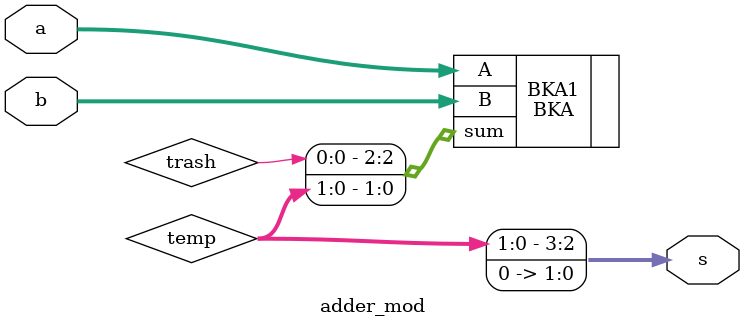
<source format=sv>

module adder_mod #(parameter width = 2)(
    input logic [width-1:0] a,b,
    output logic [width+1:0] s
    );
    
    //assign s = {a + b, 2'b00};
    logic [width-1:0] temp;
    logic trash;
    BKA #(.width(width)) BKA1(.A(a), .B(b), .sum({trash, temp}));
    
    assign s = {temp, 2'b00};
endmodule

</source>
